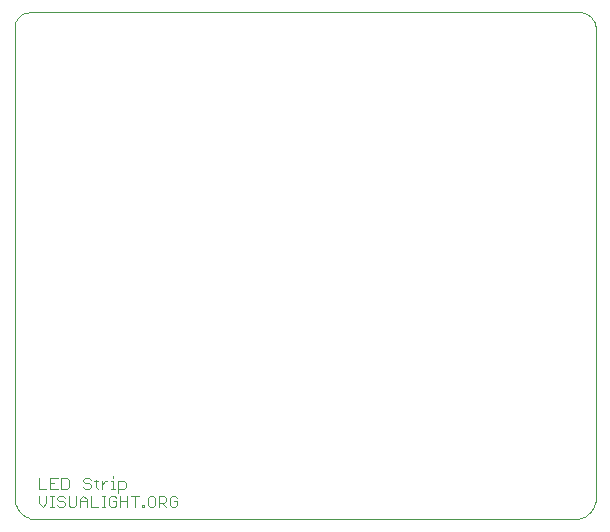
<source format=gbo>
G75*
G70*
%OFA0B0*%
%FSLAX24Y24*%
%IPPOS*%
%LPD*%
%AMOC8*
5,1,8,0,0,1.08239X$1,22.5*
%
%ADD10C,0.0000*%
%ADD11C,0.0030*%
D10*
X000963Y000480D02*
X018988Y000480D01*
X018988Y000481D02*
X019039Y000486D01*
X019089Y000495D01*
X019138Y000508D01*
X019187Y000524D01*
X019234Y000543D01*
X019279Y000566D01*
X019323Y000592D01*
X019365Y000621D01*
X019405Y000653D01*
X019442Y000687D01*
X019477Y000725D01*
X019509Y000764D01*
X019538Y000806D01*
X019564Y000850D01*
X019587Y000896D01*
X019607Y000943D01*
X019623Y000991D01*
X019635Y001040D01*
X019645Y001090D01*
X019650Y001141D01*
X019652Y001192D01*
X019650Y001243D01*
X019650Y016717D01*
X019656Y016764D01*
X019659Y016810D01*
X019658Y016857D01*
X019652Y016904D01*
X019643Y016950D01*
X019630Y016995D01*
X019614Y017039D01*
X019594Y017082D01*
X019570Y017122D01*
X019543Y017161D01*
X019513Y017197D01*
X019480Y017230D01*
X019445Y017261D01*
X019407Y017289D01*
X019367Y017313D01*
X019325Y017335D01*
X019282Y017352D01*
X019237Y017366D01*
X019191Y017376D01*
X000760Y017376D01*
X000718Y017374D01*
X000677Y017369D01*
X000636Y017360D01*
X000596Y017347D01*
X000557Y017331D01*
X000520Y017312D01*
X000485Y017289D01*
X000451Y017264D01*
X000421Y017235D01*
X000392Y017205D01*
X000367Y017171D01*
X000344Y017136D01*
X000325Y017099D01*
X000309Y017060D01*
X000296Y017020D01*
X000287Y016979D01*
X000282Y016938D01*
X000280Y016896D01*
X000280Y001263D01*
X000278Y001211D01*
X000280Y001158D01*
X000286Y001106D01*
X000295Y001054D01*
X000308Y001004D01*
X000325Y000954D01*
X000345Y000905D01*
X000369Y000859D01*
X000396Y000814D01*
X000426Y000771D01*
X000459Y000730D01*
X000495Y000692D01*
X000534Y000656D01*
X000574Y000623D01*
X000618Y000593D01*
X000663Y000567D01*
X000710Y000543D01*
X000758Y000524D01*
X000808Y000507D01*
X000859Y000494D01*
X000911Y000485D01*
X000963Y000480D01*
D11*
X001218Y000895D02*
X001342Y001018D01*
X001342Y001265D01*
X001463Y001265D02*
X001587Y001265D01*
X001525Y001265D02*
X001525Y000895D01*
X001463Y000895D02*
X001587Y000895D01*
X001709Y000957D02*
X001771Y000895D01*
X001894Y000895D01*
X001956Y000957D01*
X001956Y001018D01*
X001894Y001080D01*
X001771Y001080D01*
X001709Y001142D01*
X001709Y001204D01*
X001771Y001265D01*
X001894Y001265D01*
X001956Y001204D01*
X002077Y001265D02*
X002077Y000957D01*
X002139Y000895D01*
X002262Y000895D01*
X002324Y000957D01*
X002324Y001265D01*
X002445Y001142D02*
X002569Y001265D01*
X002692Y001142D01*
X002692Y000895D01*
X002814Y000895D02*
X003061Y000895D01*
X003182Y000895D02*
X003306Y000895D01*
X003244Y000895D02*
X003244Y001265D01*
X003182Y001265D02*
X003306Y001265D01*
X003428Y001204D02*
X003428Y000957D01*
X003489Y000895D01*
X003613Y000895D01*
X003675Y000957D01*
X003675Y001080D01*
X003551Y001080D01*
X003428Y001204D02*
X003489Y001265D01*
X003613Y001265D01*
X003675Y001204D01*
X003796Y001265D02*
X003796Y000895D01*
X003796Y001080D02*
X004043Y001080D01*
X004043Y001265D02*
X004043Y000895D01*
X004288Y000895D02*
X004288Y001265D01*
X004411Y001265D02*
X004164Y001265D01*
X003920Y001495D02*
X003735Y001495D01*
X003612Y001495D02*
X003489Y001495D01*
X003551Y001495D02*
X003551Y001742D01*
X003489Y001742D01*
X003367Y001742D02*
X003306Y001742D01*
X003182Y001618D01*
X003182Y001495D02*
X003182Y001742D01*
X003060Y001742D02*
X002937Y001742D01*
X002998Y001804D02*
X002998Y001557D01*
X003060Y001495D01*
X002815Y001557D02*
X002753Y001495D01*
X002630Y001495D01*
X002568Y001557D01*
X002630Y001680D02*
X002568Y001742D01*
X002568Y001804D01*
X002630Y001865D01*
X002753Y001865D01*
X002815Y001804D01*
X002753Y001680D02*
X002815Y001618D01*
X002815Y001557D01*
X002753Y001680D02*
X002630Y001680D01*
X002814Y001265D02*
X002814Y000895D01*
X002692Y001080D02*
X002445Y001080D01*
X002445Y001142D02*
X002445Y000895D01*
X002017Y001495D02*
X001832Y001495D01*
X001832Y001865D01*
X002017Y001865D01*
X002079Y001804D01*
X002079Y001557D01*
X002017Y001495D01*
X001710Y001495D02*
X001463Y001495D01*
X001463Y001865D01*
X001710Y001865D01*
X001587Y001680D02*
X001463Y001680D01*
X001342Y001495D02*
X001095Y001495D01*
X001095Y001865D01*
X001095Y001265D02*
X001095Y001018D01*
X001218Y000895D01*
X003551Y001865D02*
X003551Y001927D01*
X003735Y001742D02*
X003920Y001742D01*
X003981Y001680D01*
X003981Y001557D01*
X003920Y001495D01*
X003735Y001372D02*
X003735Y001742D01*
X004533Y000957D02*
X004594Y000957D01*
X004594Y000895D01*
X004533Y000895D01*
X004533Y000957D01*
X004717Y000957D02*
X004717Y001204D01*
X004778Y001265D01*
X004902Y001265D01*
X004964Y001204D01*
X004964Y000957D01*
X004902Y000895D01*
X004778Y000895D01*
X004717Y000957D01*
X005085Y001018D02*
X005270Y001018D01*
X005332Y001080D01*
X005332Y001204D01*
X005270Y001265D01*
X005085Y001265D01*
X005085Y000895D01*
X005209Y001018D02*
X005332Y000895D01*
X005453Y000957D02*
X005515Y000895D01*
X005639Y000895D01*
X005700Y000957D01*
X005700Y001080D01*
X005577Y001080D01*
X005700Y001204D02*
X005639Y001265D01*
X005515Y001265D01*
X005453Y001204D01*
X005453Y000957D01*
M02*

</source>
